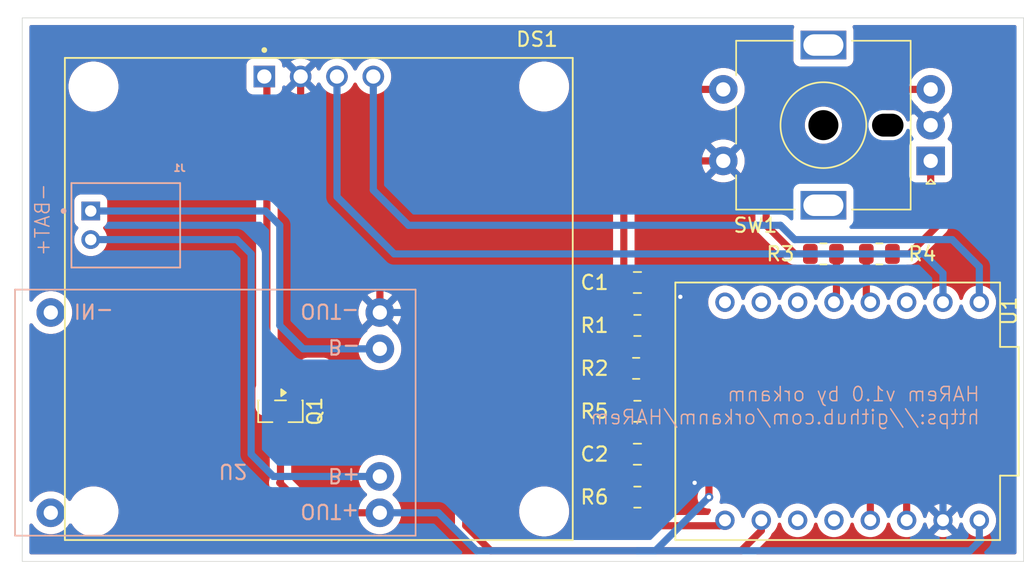
<source format=kicad_pcb>
(kicad_pcb (version 20241229) (generator "pcbnew") (generator_version "9.0")
  (layers (0 "F.Cu" signal) (2 "B.Cu" signal) (13 "F.Paste" user) (15 "B.Paste" user) (5 "F.SilkS" user "F.Silkscreen") (7 "B.SilkS" user "B.Silkscreen") (1 "F.Mask" user) (3 "B.Mask" user) (25 "Edge.Cuts" user))
  (net 0 "")
  (net 1 "GND")
  (net 2 "Net-(C1-Pad1)")
  (net 3 "Net-(DS1-VDD)")
  (net 4 "Bat+")
  (net 5 "Bat-")
  (net 6 "Net-(R3-Pad2)")
  (net 7 "Net-(R4-Pad2)")
  (net 8 "+5VD")
  (net 17 "ADC0")
  (net 18 "OLED_SCK")
  (net 19 "OLED_SDA")
  (net 20 "OLED_PWR")
  (net 21 "+3.3V")
  (net 22 "ENC_PUSH_BUTTON")
  (net 23 "ENC_A")
  (net 24 "ENC_B")
  (footprint "Capacitor_SMD:C_0805_2012Metric" (layer "F.Cu") (at 137 117)
    (property "Reference" "C2" (at -3 0 0) (layer "F.SilkS"))
    (property "Value" "0.1uF")
    (fp_line (start -0.261252 -0.735) (end 0.261252 -0.735) (stroke (width 0.12)) (layer "F.SilkS"))
    (fp_line (start -0.261252 0.735) (end 0.261252 0.735) (stroke (width 0.12)) (layer "F.SilkS"))
    (pad "1" smd roundrect (at -0.95 0) (size 1 1.45) (layers "F.Cu" "F.Mask" "F.Paste") (net 17 "ADC0"))
    (pad "2" smd roundrect (at 0.95 0) (size 1 1.45) (layers "F.Cu" "F.Mask" "F.Paste") (net 1 "GND"))
  )
  (footprint "Resistor_SMD:R_0805_2012Metric" (layer "F.Cu") (at 150 103 180)
    (property "Reference" "R3" (at 3 0 0) (layer "F.SilkS"))
    (property "Value" "100")
    (fp_line (start -0.227064 0.735) (end 0.227064 0.735) (stroke (width 0.12)) (layer "F.SilkS"))
    (fp_line (start -0.227064 -0.735) (end 0.227064 -0.735) (stroke (width 0.12)) (layer "F.SilkS"))
    (pad "1" smd roundrect (at -0.9125 0 180) (size 1.025 1.4) (layers "F.Cu" "F.Mask" "F.Paste") (roundrect_rratio 0.243902) (net 24 "ENC_B"))
    (pad "2" smd roundrect (at 0.9125 0 180) (size 1.025 1.4) (layers "F.Cu" "F.Mask" "F.Paste") (roundrect_rratio 0.243902) (net 6 "Net-(R3-Pad2)"))
  )
  (footprint "Resistor_SMD:R_0805_2012Metric" (layer "F.Cu") (at 137 120 180)
    (property "Reference" "R6" (at 3 0 0) (layer "F.SilkS"))
    (property "Value" "1M")
    (fp_line (start -0.227064 0.735) (end 0.227064 0.735) (stroke (width 0.12)) (layer "F.SilkS"))
    (fp_line (start -0.227064 -0.735) (end 0.227064 -0.735) (stroke (width 0.12)) (layer "F.SilkS"))
    (pad "1" smd roundrect (at -0.9125 0 180) (size 1.025 1.4) (layers "F.Cu" "F.Mask" "F.Paste") (roundrect_rratio 0.243902) (net 1 "GND"))
    (pad "2" smd roundrect (at 0.9125 0 180) (size 1.025 1.4) (layers "F.Cu" "F.Mask" "F.Paste") (roundrect_rratio 0.243902) (net 17 "ADC0"))
  )
  (footprint "Resistor_SMD:R_0805_2012Metric" (layer "F.Cu") (at 153.9125 103)
    (property "Reference" "R4" (at 3 0 0) (layer "F.SilkS"))
    (property "Value" "100")
    (fp_line (start -0.227064 -0.735) (end 0.227064 -0.735) (stroke (width 0.12)) (layer "F.SilkS"))
    (fp_line (start -0.227064 0.735) (end 0.227064 0.735) (stroke (width 0.12)) (layer "F.SilkS"))
    (pad "1" smd roundrect (at -0.9125 0) (size 1.025 1.4) (layers "F.Cu" "F.Mask" "F.Paste") (roundrect_rratio 0.243902) (net 23 "ENC_A"))
    (pad "2" smd roundrect (at 0.9125 0) (size 1.025 1.4) (layers "F.Cu" "F.Mask" "F.Paste") (roundrect_rratio 0.243902) (net 7 "Net-(R4-Pad2)"))
  )
  (footprint "Capacitor_SMD:C_0805_2012Metric" (layer "F.Cu") (at 137 105)
    (property "Reference" "C1" (at -3 0 0) (layer "F.SilkS"))
    (property "Value" "100nF")
    (fp_line (start -0.261252 -0.735) (end 0.261252 -0.735) (stroke (width 0.12)) (layer "F.SilkS"))
    (fp_line (start -0.261252 0.735) (end 0.261252 0.735) (stroke (width 0.12)) (layer "F.SilkS"))
    (pad "1" smd roundrect (at -0.95 0) (size 1 1.45) (layers "F.Cu" "F.Mask" "F.Paste") (net 2 "Net-(C1-Pad1)"))
    (pad "2" smd roundrect (at 0.95 0) (size 1 1.45) (layers "F.Cu" "F.Mask" "F.Paste") (net 1 "GND"))
  )
  (footprint "ESP32-C3_SUPERMINI_TH:MODULE_ESP32-C3_SUPERMINI_TH" (layer "F.Cu") (at 151 114 -90)
    (property "Reference" "U1" (at -7 -12 90) (layer "F.SilkS"))
    (property "Value" "ESP32-C3_SUPERMINI_TH")
    (fp_line (start -9 11.35) (end -9 -11.35) (stroke (width 0.127)) (layer "F.SilkS"))
    (fp_line (start 9 11.35) (end -9 11.35) (stroke (width 0.127)) (layer "F.SilkS"))
    (fp_line (start 9 11.35) (end 9 -11.35) (stroke (width 0.127)) (layer "F.SilkS"))
    (fp_line (start -4.5 -11.35) (end -9 -11.35) (stroke (width 0.127)) (layer "F.SilkS"))
    (fp_line (start 9 -11.35) (end 4.5 -11.35) (stroke (width 0.127)) (layer "F.SilkS"))
    (fp_line (start -4.5 -12.65) (end -4.5 -11.35) (stroke (width 0.127)) (layer "F.SilkS"))
    (fp_line (start 4.5 -12.65) (end 4.5 -11.35) (stroke (width 0.127)) (layer "F.SilkS"))
    (fp_line (start 4.5 -12.65) (end -4.5 -12.65) (stroke (width 0.127)) (layer "F.SilkS"))
    (pad "0" thru_hole circle (at 7.62 7.88 270) (size 1.348 1.348) (drill 0.84) (layers "*.Cu" "*.Mask") (net 17 "ADC0"))
    (pad "1" thru_hole circle (at 7.62 5.34 270) (size 1.348 1.348) (drill 0.84) (layers "*.Cu" "*.Mask") (net 20 "OLED_PWR"))
    (pad "2" thru_hole circle (at 7.62 2.8 270) (size 1.348 1.348) (drill 0.84) (layers "*.Cu" "*.Mask"))
    (pad "3" thru_hole circle (at 7.62 0.26 270) (size 1.348 1.348) (drill 0.84) (layers "*.Cu" "*.Mask"))
    (pad "3.3" thru_hole circle (at 7.62 -4.82 270) (size 1.348 1.348) (drill 0.84) (layers "*.Cu" "*.Mask") (net 21 "+3.3V"))
    (pad "4" thru_hole circle (at 7.62 -2.28 270) (size 1.348 1.348) (drill 0.84) (layers "*.Cu" "*.Mask") (net 22 "ENC_PUSH_BUTTON"))
    (pad "5" thru_hole circle (at -7.62 -9.9 270) (size 1.348 1.348) (drill 0.84) (layers "*.Cu" "*.Mask") (net 19 "OLED_SDA"))
    (pad "5V" thru_hole circle (at 7.62 -9.9 270) (size 1.348 1.348) (drill 0.84) (layers "*.Cu" "*.Mask") (net 8 "+5VD"))
    (pad "6" thru_hole circle (at -7.62 -7.36 270) (size 1.348 1.348) (drill 0.84) (layers "*.Cu" "*.Mask") (net 18 "OLED_SCK"))
    (pad "7" thru_hole circle (at -7.62 -4.82 270) (size 1.348 1.348) (drill 0.84) (layers "*.Cu" "*.Mask"))
    (pad "8" thru_hole circle (at -7.62 -2.28 270) (size 1.348 1.348) (drill 0.84) (layers "*.Cu" "*.Mask") (net 23 "ENC_A"))
    (pad "9" thru_hole circle (at -7.62 0.26 270) (size 1.348 1.348) (drill 0.84) (layers "*.Cu" "*.Mask") (net 24 "ENC_B"))
    (pad "10" thru_hole circle (at -7.62 2.8 270) (size 1.348 1.348) (drill 0.84) (layers "*.Cu" "*.Mask"))
    (pad "20" thru_hole circle (at -7.62 5.34 270) (size 1.348 1.348) (drill 0.84) (layers "*.Cu" "*.Mask"))
    (pad "21" thru_hole circle (at -7.62 7.88 270) (size 1.348 1.348) (drill 0.84) (layers "*.Cu" "*.Mask"))
    (pad "G" thru_hole circle (at 7.62 -7.36 270) (size 1.348 1.348) (drill 0.84) (layers "*.Cu" "*.Mask") (net 1 "GND"))
  )
  (footprint "Rotary_Encoder:RotaryEncoder_Alps_EC11E-Switch_Vertical_H20mm_MountingHoles" (layer "F.Cu") (at 157.5 96.5 180)
    (property "Reference" "SW1" (at 12.25 -4.5 0) (layer "F.SilkS"))
    (property "Value" "RotaryEncoder_Switch")
    (fp_line (start 13.6 8.4) (end 9.5 8.4) (stroke (width 0.12)) (layer "F.SilkS"))
    (fp_line (start 13.6 6) (end 13.6 8.4) (stroke (width 0.12)) (layer "F.SilkS"))
    (fp_line (start 13.6 1.2) (end 13.6 3.8) (stroke (width 0.12)) (layer "F.SilkS"))
    (fp_line (start 13.6 -3.4) (end 13.6 -1) (stroke (width 0.12)) (layer "F.SilkS"))
    (fp_line (start 9.5 -3.4) (end 13.6 -3.4) (stroke (width 0.12)) (layer "F.SilkS"))
    (fp_line (start 5.5 8.4) (end 1.4 8.4) (stroke (width 0.12)) (layer "F.SilkS"))
    (fp_line (start 5.5 -3.4) (end 1.4 -3.4) (stroke (width 0.12)) (layer "F.SilkS"))
    (fp_line (start 1.4 -3.4) (end 1.4 8.4) (stroke (width 0.12)) (layer "F.SilkS"))
    (fp_line (start 0.3 -1.6) (end 0 -1.3) (stroke (width 0.12)) (layer "F.SilkS"))
    (fp_line (start 0 -1.3) (end -0.3 -1.6) (stroke (width 0.12)) (layer "F.SilkS"))
    (fp_line (start -0.3 -1.6) (end 0.3 -1.6) (stroke (width 0.12)) (layer "F.SilkS"))
    (fp_circle (center 7.5 2.5) (end 10.5 2.5) (stroke (width 0.12)) (fill no) (layer "F.SilkS"))
    (pad "" np_thru_hole oval (at 3 2.5 180) (size 2.2 1.6) (drill oval 2.2 1.6) (layers "*.Mask"))
    (pad "" np_thru_hole circle (at 7.5 2.5 180) (size 2.1 2.1) (drill 2.1) (layers "*.Mask"))
    (pad "A" thru_hole rect (at 0 0 180) (size 2 2) (drill 1) (layers "*.Cu" "*.Mask") (net 7 "Net-(R4-Pad2)"))
    (pad "B" thru_hole circle (at 0 5 180) (size 2 2) (drill 1) (layers "*.Cu" "*.Mask") (net 6 "Net-(R3-Pad2)"))
    (pad "C" thru_hole circle (at 0 2.5 180) (size 2 2) (drill 1) (layers "*.Cu" "*.Mask") (net 1 "GND"))
    (pad "MP" thru_hole rect (at 7.5 -3.1 180) (size 3.2 2) (drill oval 2.8 1.5) (layers "*.Cu" "*.Mask"))
    (pad "MP" thru_hole rect (at 7.5 8.1 180) (size 3.2 2) (drill oval 2.8 1.5) (layers "*.Cu" "*.Mask"))
    (pad "S1" thru_hole circle (at 14.5 5 180) (size 2 2) (drill 1) (layers "*.Cu" "*.Mask") (net 2 "Net-(C1-Pad1)"))
    (pad "S2" thru_hole circle (at 14.5 0 180) (size 2 2) (drill 1) (layers "*.Cu" "*.Mask") (net 1 "GND"))
  )
  (footprint "Resistor_SMD:R_0805_2012Metric" (layer "F.Cu") (at 136.9125 111)
    (property "Reference" "R2" (at -2.9125 0 0) (layer "F.SilkS"))
    (property "Value" "100")
    (fp_line (start -0.227064 -0.735) (end 0.227064 -0.735) (stroke (width 0.12)) (layer "F.SilkS"))
    (fp_line (start -0.227064 0.735) (end 0.227064 0.735) (stroke (width 0.12)) (layer "F.SilkS"))
    (pad "1" smd roundrect (at -0.9125 0) (size 1.025 1.4) (layers "F.Cu" "F.Mask" "F.Paste") (roundrect_rratio 0.243902) (net 2 "Net-(C1-Pad1)"))
    (pad "2" smd roundrect (at 0.9125 0) (size 1.025 1.4) (layers "F.Cu" "F.Mask" "F.Paste") (roundrect_rratio 0.243902) (net 22 "ENC_PUSH_BUTTON"))
  )
  (footprint "OLED_128X64_1.3_I2C:LCD_OLED_128X64_1.3_I2C" (layer "F.Cu") (at 114.73 106.15)
    (property "Reference" "DS1" (at 15.25 -18.15 0) (layer "F.SilkS"))
    (property "Value" "OLED_128X64_1.3_I2C")
    (fp_line (start -17.75 -16.85) (end 17.75 -16.85) (stroke (width 0.127)) (layer "F.SilkS"))
    (fp_line (start -17.75 16.85) (end -17.75 -16.85) (stroke (width 0.127)) (layer "F.SilkS"))
    (fp_line (start 17.75 -16.85) (end 17.75 16.85) (stroke (width 0.127)) (layer "F.SilkS"))
    (fp_line (start 17.75 16.85) (end -17.75 16.85) (stroke (width 0.127)) (layer "F.SilkS"))
    (fp_circle (center -3.81 -17.4) (end -3.71 -17.4) (stroke (width 0.2)) (fill no) (layer "F.SilkS"))
    (pad "" np_thru_hole circle (at -15.75 -14.85) (size 3 3) (drill 3) (layers "*.Cu" "*.Mask"))
    (pad "" np_thru_hole circle (at -15.75 14.85) (size 3 3) (drill 3) (layers "*.Cu" "*.Mask"))
    (pad "" np_thru_hole circle (at 15.75 -14.85) (size 3 3) (drill 3) (layers "*.Cu" "*.Mask"))
    (pad "" np_thru_hole circle (at 15.75 14.85) (size 3 3) (drill 3) (layers "*.Cu" "*.Mask"))
    (pad "1" thru_hole rect (at -3.81 -15.55) (size 1.508 1.508) (drill 1) (layers "*.Cu" "*.Mask") (net 3 "Net-(DS1-VDD)"))
    (pad "2" thru_hole circle (at -1.27 -15.55) (size 1.508 1.508) (drill 1) (layers "*.Cu" "*.Mask") (net 1 "GND"))
    (pad "3" thru_hole circle (at 1.27 -15.55) (size 1.508 1.508) (drill 1) (layers "*.Cu" "*.Mask") (net 18 "OLED_SCK"))
    (pad "4" thru_hole circle (at 3.81 -15.55) (size 1.508 1.508) (drill 1) (layers "*.Cu" "*.Mask") (net 19 "OLED_SDA"))
  )
  (footprint "Package_TO_SOT_SMD:SOT-23" (layer "F.Cu") (at 112.05 114 -90)
    (property "Reference" "Q1" (at 0 -2.4 90) (layer "F.SilkS"))
    (property "Value" "BC817")
    (fp_line (start -0.76 1.56) (end -0.76 1.51) (stroke (width 0.12)) (layer "F.SilkS"))
    (fp_line (start 0.76 1.56) (end -0.76 1.56) (stroke (width 0.12)) (layer "F.SilkS"))
    (fp_line (start 0.76 0.56) (end 0.76 1.56) (stroke (width 0.12)) (layer "F.SilkS"))
    (fp_line (start -0.76 0.39) (end -0.76 -0.39) (stroke (width 0.12)) (layer "F.SilkS"))
    (fp_line (start -0.76 -1.51) (end -0.76 -1.56) (stroke (width 0.12)) (layer "F.SilkS"))
    (fp_line (start -0.76 -1.56) (end 0.76 -1.56) (stroke (width 0.12)) (layer "F.SilkS"))
    (fp_line (start 0.76 -1.56) (end 0.76 -0.56) (stroke (width 0.12)) (layer "F.SilkS"))
    (fp_poly (pts (xy -1.3 -0.38) (xy -1.06 -0.05) (xy -1.54 -0.05)) (stroke (width 0.12)) (fill yes) (layer "F.SilkS"))
    (pad "1" smd roundrect (at -0.9375 -0.95 270) (size 1.475 0.6) (layers "F.Cu" "F.Mask" "F.Paste") (net 20 "OLED_PWR"))
    (pad "2" smd roundrect (at -0.9375 0.95 270) (size 1.475 0.6) (layers "F.Cu" "F.Mask" "F.Paste") (net 3 "Net-(DS1-VDD)"))
    (pad "3" smd roundrect (at 0.9375 0 270) (size 1.475 0.6) (layers "F.Cu" "F.Mask" "F.Paste") (net 8 "+5VD"))
  )
  (footprint "Resistor_SMD:R_0805_2012Metric" (layer "F.Cu") (at 137 108 180)
    (property "Reference" "R1" (at 3 0 0) (layer "F.SilkS"))
    (property "Value" "10K")
    (fp_line (start -0.227064 0.735) (end 0.227064 0.735) (stroke (width 0.12)) (layer "F.SilkS"))
    (fp_line (start -0.227064 -0.735) (end 0.227064 -0.735) (stroke (width 0.12)) (layer "F.SilkS"))
    (pad "1" smd roundrect (at -0.9125 0 180) (size 1.025 1.4) (layers "F.Cu" "F.Mask" "F.Paste") (roundrect_rratio 0.243902) (net 21 "+3.3V"))
    (pad "2" smd roundrect (at 0.9125 0 180) (size 1.025 1.4) (layers "F.Cu" "F.Mask" "F.Paste") (roundrect_rratio 0.243902) (net 2 "Net-(C1-Pad1)"))
  )
  (footprint "Resistor_SMD:R_0805_2012Metric" (layer "F.Cu") (at 137 114)
    (property "Reference" "R5" (at -3 0 0) (layer "F.SilkS"))
    (property "Value" "1M")
    (fp_line (start -0.227064 -0.735) (end 0.227064 -0.735) (stroke (width 0.12)) (layer "F.SilkS"))
    (fp_line (start -0.227064 0.735) (end 0.227064 0.735) (stroke (width 0.12)) (layer "F.SilkS"))
    (pad "1" smd roundrect (at -0.9125 0) (size 1.025 1.4) (layers "F.Cu" "F.Mask" "F.Paste") (roundrect_rratio 0.243902) (net 17 "ADC0"))
    (pad "2" smd roundrect (at 0.9125 0) (size 1.025 1.4) (layers "F.Cu" "F.Mask" "F.Paste") (roundrect_rratio 0.243902) (net 8 "+5VD"))
  )
  (footprint "TP4056:TP4056-Module" (layer "B.Cu") (at 93.495 105.495)
    (property "Reference" "U2" (at 15.24 12.7 180) (layer "B.SilkS") (effects (justify mirror)))
    (property "Value" "~")
    (fp_line (start 0 0) (end 28 0) (stroke (width 0.12)) (layer "B.SilkS"))
    (fp_line (start 0 17.2) (end 0 0) (stroke (width 0.12)) (layer "B.SilkS"))
    (fp_line (start 0 17.2) (end 28 17.2) (stroke (width 0.12)) (layer "B.SilkS"))
    (fp_line (start 28 17.2) (end 28 0) (stroke (width 0.12)) (layer "B.SilkS"))
    (fp_text user "B-" (at 23 4 180) (layer "B.SilkS") (effects (justify mirror)))
    (fp_text user "OUT+" (at 22 15.5 180) (layer "B.SilkS") (effects (justify mirror)))
    (fp_text user "OUT-" (at 22 1.5 180) (layer "B.SilkS") (effects (justify mirror)))
    (fp_text user "B+" (at 23 13 180) (layer "B.SilkS") (effects (justify mirror)))
    (fp_text user "IN-" (at 5.5 1.5 180) (layer "B.SilkS") (effects (justify mirror)))
    (fp_text user "IN+" (at 5.5 15.5 180) (layer "B.SilkS") (effects (justify mirror)))
    (pad "1" thru_hole circle (at 2.5 15.6) (size 2 2) (drill 1) (layers "*.Cu" "*.Mask"))
    (pad "2" thru_hole circle (at 2.5 1.6) (size 2 2) (drill 1) (layers "*.Cu" "*.Mask"))
    (pad "3" thru_hole circle (at 25.5 15.6) (size 2 2) (drill 1) (layers "*.Cu" "*.Mask") (net 8 "+5VD"))
    (pad "4" thru_hole circle (at 25.5 1.6) (size 2 2) (drill 1) (layers "*.Cu" "*.Mask") (net 1 "GND"))
    (pad "5" thru_hole circle (at 25.5 13.06) (size 2 2) (drill 1) (layers "*.Cu" "*.Mask") (net 4 "Bat+"))
    (pad "6" thru_hole circle (at 25.5 4.14) (size 2 2) (drill 1) (layers "*.Cu" "*.Mask") (net 5 "Bat-"))
  )
  (footprint "S2B-PH-K-S_LF__SN_:JST_S2B-PH-K-S_LF__SN_" (layer "B.Cu") (at 98.7875 101 -90)
    (property "Reference" "J1" (at -4 -6.2125 180) (layer "B.SilkS") (effects (font (size 0.48 0.48) (thickness 0.12)) (justify mirror)))
    (property "Value" "S2B-PH-K-S_LF__SN_")
    (fp_line (start -2.95 1.35) (end 2.95 1.35) (stroke (width 0.127)) (layer "B.SilkS"))
    (fp_line (start 2.95 1.35) (end 2.95 -6.25) (stroke (width 0.127)) (layer "B.SilkS"))
    (fp_line (start -2.95 -6.25) (end -2.95 1.35) (stroke (width 0.127)) (layer "B.SilkS"))
    (fp_line (start 2.95 -6.25) (end -2.95 -6.25) (stroke (width 0.127)) (layer "B.SilkS"))
    (fp_circle (center -1 1.9) (end -0.9 1.9) (stroke (width 0.2)) (fill no) (layer "B.SilkS"))
    (pad "1" thru_hole rect (at -1 0 270) (size 1.308 1.308) (drill 0.8) (layers "*.Cu" "*.Mask") (net 5 "Bat-"))
    (pad "2" thru_hole circle (at 1 0 270) (size 1.308 1.308) (drill 0.8) (layers "*.Cu" "*.Mask") (net 4 "Bat+"))
  )
  (gr_rect (start 94 86.5) (end 164 124.5) (stroke (width 0.05)) (fill no) (layer "Edge.Cuts"))
  (gr_text "-BAT+" (at 96 98 90) (layer "B.SilkS") (effects (font (size 1 1) (thickness 0.1)) (justify left bottom mirror)))
  (gr_text "HARem v1.0 by orkanm\nhttps://github.com/orkanm/HARem" (at 161 115 0) (layer "B.SilkS") (effects (font (size 1 1) (thickness 0.1)) (justify left bottom mirror)))
  (segment (start 137.95 99.05) (end 137.95 105) (width 0.5) (layer "F.Cu") (net 1))
  (segment (start 140 120) (end 137.9125 120) (width 0.5) (layer "F.Cu") (net 1))
  (segment (start 113.46 102.96) (end 113.46 90.6) (width 0.5) (layer "F.Cu") (net 1))
  (segment (start 137.9125 117.0375) (end 137.95 117) (width 0.5) (layer "F.Cu") (net 1))
  (segment (start 119 107.09) (end 119 105) (width 0.5) (layer "F.Cu") (net 1))
  (segment (start 118.995 107.095) (end 119 107.09) (width 0.5) (layer "F.Cu") (net 1))
  (segment (start 119 105) (end 118 104) (width 0.5) (layer "F.Cu") (net 1))
  (segment (start 137.9125 120) (end 137.9125 117.0375) (width 0.5) (layer "F.Cu") (net 1))
  (segment (start 118 104) (end 114.5 104) (width 0.5) (layer "F.Cu") (net 1))
  (segment (start 139 105) (end 137.95 105) (width 0.5) (layer "F.Cu") (net 1))
  (segment (start 141 119) (end 140 120) (width 0.5) (layer "F.Cu") (net 1))
  (segment (start 114.5 104) (end 113.46 102.96) (width 0.5) (layer "F.Cu") (net 1))
  (segment (start 140.5 96.5) (end 137.95 99.05) (width 0.5) (layer "F.Cu") (net 1))
  (segment (start 143 96.5) (end 140.5 96.5) (width 0.5) (layer "F.Cu") (net 1))
  (segment (start 140 106) (end 139 105) (width 0.5) (layer "F.Cu") (net 1))
  (via (at 140 106) (size 0.6) (drill 0.3) (layers "F.Cu" "B.Cu") (net 1))
  (via (at 141 119) (size 0.6) (drill 0.3) (layers "F.Cu" "B.Cu") (net 1))
  (segment (start 158.36 120.36) (end 158.36 121.62) (width 0.5) (layer "B.Cu") (net 1))
  (segment (start 124 109) (end 134 119) (width 0.5) (layer "B.Cu") (net 1))
  (segment (start 122.095 107.095) (end 124 109) (width 0.5) (layer "B.Cu") (net 1))
  (segment (start 118.995 107.095) (end 122.095 107.095) (width 0.5) (layer "B.Cu") (net 1))
  (segment (start 124 109) (end 139 109) (width 0.5) (layer "B.Cu") (net 1))
  (segment (start 155.449 92.449) (end 147.051 92.449) (width 0.5) (layer "B.Cu") (net 1))
  (segment (start 140 108) (end 140 106) (width 0.5) (layer "B.Cu") (net 1))
  (segment (start 134 119) (end 141 119) (width 0.5) (layer "B.Cu") (net 1))
  (segment (start 157 119) (end 158.36 120.36) (width 0.5) (layer "B.Cu") (net 1))
  (segment (start 141 119) (end 157 119) (width 0.5) (layer "B.Cu") (net 1))
  (segment (start 141 119) (end 142 119) (width 0.5) (layer "B.Cu") (net 1))
  (segment (start 156 93) (end 155.449 92.449) (width 0.5) (layer "B.Cu") (net 1))
  (segment (start 157.5 94) (end 156.5 93) (width 0.5) (layer "B.Cu") (net 1))
  (segment (start 139 109) (end 140 108) (width 0.5) (layer "B.Cu") (net 1))
  (segment (start 156.5 93) (end 156 93) (width 0.5) (layer "B.Cu") (net 1))
  (segment (start 147.051 92.449) (end 143 96.5) (width 0.5) (layer "B.Cu") (net 1))
  (segment (start 136.0875 108) (end 136.0875 105.0375) (width 0.5) (layer "F.Cu") (net 2))
  (segment (start 136.05 95.95) (end 136.05 105) (width 0.5) (layer "F.Cu") (net 2))
  (segment (start 140.5 91.5) (end 136.05 95.95) (width 0.5) (layer "F.Cu") (net 2))
  (segment (start 143 91.5) (end 140.5 91.5) (width 0.5) (layer "F.Cu") (net 2))
  (segment (start 136 108.0875) (end 136.0875 108) (width 0.5) (layer "F.Cu") (net 2))
  (segment (start 136 111) (end 136 108.0875) (width 0.5) (layer "F.Cu") (net 2))
  (segment (start 136.0875 105.0375) (end 136.05 105) (width 0.5) (layer "F.Cu") (net 2))
  (segment (start 111.1 90.78) (end 110.92 90.6) (width 0.5) (layer "F.Cu") (net 3))
  (segment (start 111.1 90.78) (end 111.1 113.0625) (width 0.5) (layer "F.Cu") (net 3))
  (segment (start 111.555 118.555) (end 118.995 118.555) (width 0.5) (layer "B.Cu") (net 4))
  (segment (start 98.7875 102) (end 109 102) (width 0.5) (layer "B.Cu") (net 4))
  (segment (start 110 117) (end 111.555 118.555) (width 0.5) (layer "B.Cu") (net 4))
  (segment (start 109 102) (end 110 103) (width 0.5) (layer "B.Cu") (net 4))
  (segment (start 110 103) (end 110 117) (width 0.5) (layer "B.Cu") (net 4))
  (segment (start 118.995 109.635) (end 113.635 109.635) (width 0.5) (layer "B.Cu") (net 5))
  (segment (start 111 100) (end 98.7875 100) (width 0.5) (layer "B.Cu") (net 5))
  (segment (start 112 108) (end 112 101) (width 0.5) (layer "B.Cu") (net 5))
  (segment (start 112 101) (end 111 100) (width 0.5) (layer "B.Cu") (net 5))
  (segment (start 113.635 109.635) (end 112 108) (width 0.5) (layer "B.Cu") (net 5))
  (segment (start 146 99) (end 148 97) (width 0.5) (layer "F.Cu") (net 6))
  (segment (start 148 103) (end 146 101) (width 0.5) (layer "F.Cu") (net 6))
  (segment (start 146 101) (end 146 99) (width 0.5) (layer "F.Cu") (net 6))
  (segment (start 152.649 95.351) (end 152.649 93.351) (width 0.5) (layer "F.Cu") (net 6))
  (segment (start 151 97) (end 152.649 95.351) (width 0.5) (layer "F.Cu") (net 6))
  (segment (start 154.5 91.5) (end 157.5 91.5) (width 0.5) (layer "F.Cu") (net 6))
  (segment (start 148 97) (end 151 97) (width 0.5) (layer "F.Cu") (net 6))
  (segment (start 149.0875 103) (end 148 103) (width 0.5) (layer "F.Cu") (net 6))
  (segment (start 152.649 93.351) (end 154.5 91.5) (width 0.5) (layer "F.Cu") (net 6))
  (segment (start 154.825 103) (end 156 103) (width 0.5) (layer "F.Cu") (net 7))
  (segment (start 158 101) (end 157.5 100.5) (width 0.5) (layer "F.Cu") (net 7))
  (segment (start 157.5 100.5) (end 157.5 96.5) (width 0.5) (layer "F.Cu") (net 7))
  (segment (start 156 103) (end 158 101) (width 0.5) (layer "F.Cu") (net 7))
  (segment (start 112 119) (end 112.05 118.95) (width 0.5) (layer "F.Cu") (net 8))
  (segment (start 112.05 118.95) (end 112.05 114.9375) (width 0.5) (layer "F.Cu") (net 8))
  (segment (start 118.995 121.095) (end 114.095 121.095) (width 0.5) (layer "F.Cu") (net 8))
  (segment (start 142 120) (end 142 115) (width 0.5) (layer "F.Cu") (net 8))
  (segment (start 142 115) (end 141 114) (width 0.5) (layer "F.Cu") (net 8))
  (segment (start 114.095 121.095) (end 112 119) (width 0.5) (layer "F.Cu") (net 8))
  (segment (start 141 114) (end 137.9125 114) (width 0.5) (layer "F.Cu") (net 8))
  (via (at 142 120) (size 0.6) (drill 0.3) (layers "F.Cu" "B.Cu") (net 8))
  (segment (start 137 123.749) (end 160.251 123.749) (width 0.5) (layer "B.Cu") (net 8))
  (segment (start 138.251 123.749) (end 142 120) (width 0.5) (layer "B.Cu") (net 8))
  (segment (start 118.995 121.095) (end 123.095 121.095) (width 0.5) (layer "B.Cu") (net 8))
  (segment (start 125.749 123.749) (end 137 123.749) (width 0.5) (layer "B.Cu") (net 8))
  (segment (start 160.9 122.9) (end 160.9 121.62) (width 0.5) (layer "B.Cu") (net 8))
  (segment (start 160.251 123.749) (end 161 123) (width 0.5) (layer "B.Cu") (net 8))
  (segment (start 123.095 121.095) (end 125.749 123.749) (width 0.5) (layer "B.Cu") (net 8))
  (segment (start 161 123) (end 160.9 122.9) (width 0.5) (layer "B.Cu") (net 8))
  (segment (start 137 123.749) (end 138.251 123.749) (width 0.5) (layer "B.Cu") (net 8))
  (segment (start 136.0875 117.0375) (end 136.05 117) (width 0.5) (layer "F.Cu") (net 17))
  (segment (start 136.0875 121.0875) (end 137 122) (width 0.5) (layer "F.Cu") (net 17))
  (segment (start 136.0875 120) (end 136.0875 117.0375) (width 0.5) (layer "F.Cu") (net 17))
  (segment (start 136.05 114.0375) (end 136.0875 114) (width 0.5) (layer "F.Cu") (net 17))
  (segment (start 136.0875 120) (end 136.0875 121.0875) (width 0.5) (layer "F.Cu") (net 17))
  (segment (start 142.74 122) (end 143.12 121.62) (width 0.5) (layer "F.Cu") (net 17))
  (segment (start 137 122) (end 142.74 122) (width 0.5) (layer "F.Cu") (net 17))
  (segment (start 136.05 117) (end 136.05 114.0375) (width 0.5) (layer "F.Cu") (net 17))
  (segment (start 158.36 104.36) (end 158.36 106.38) (width 0.5) (layer "B.Cu") (net 18))
  (segment (start 116 99) (end 120 103) (width 0.5) (layer "B.Cu") (net 18))
  (segment (start 120 103) (end 157 103) (width 0.5) (layer "B.Cu") (net 18))
  (segment (start 116 90.6) (end 116 99) (width 0.5) (layer "B.Cu") (net 18))
  (segment (start 157 103) (end 158.36 104.36) (width 0.5) (layer "B.Cu") (net 18))
  (segment (start 159 102) (end 160.9 103.9) (width 0.5) (layer "B.Cu") (net 19))
  (segment (start 160.9 103.9) (end 160.9 106.38) (width 0.5) (layer "B.Cu") (net 19))
  (segment (start 118.54 98.54) (end 121 101) (width 0.5) (layer "B.Cu") (net 19))
  (segment (start 121 101) (end 147 101) (width 0.5) (layer "B.Cu") (net 19))
  (segment (start 148 102) (end 159 102) (width 0.5) (layer "B.Cu") (net 19))
  (segment (start 147 101) (end 148 102) (width 0.5) (layer "B.Cu") (net 19))
  (segment (start 118.54 90.6) (end 118.54 98.54) (width 0.5) (layer "B.Cu") (net 19))
  (segment (start 123 116) (end 125 118) (width 0.5) (layer "F.Cu") (net 20))
  (segment (start 144.251 123.749) (end 145.66 122.34) (width 0.5) (layer "F.Cu") (net 20))
  (segment (start 125 122) (end 126.749 123.749) (width 0.5) (layer "F.Cu") (net 20))
  (segment (start 113 112) (end 114 111) (width 0.5) (layer "F.Cu") (net 20))
  (segment (start 115 111) (end 116 112) (width 0.5) (layer "F.Cu") (net 20))
  (segment (start 145.66 122.34) (end 145.66 121.62) (width 0.5) (layer "F.Cu") (net 20))
  (segment (start 118 116) (end 123 116) (width 0.5) (layer "F.Cu") (net 20))
  (segment (start 116 112) (end 116 114) (width 0.5) (layer "F.Cu") (net 20))
  (segment (start 116 114) (end 118 116) (width 0.5) (layer "F.Cu") (net 20))
  (segment (start 113 113.0625) (end 113 112) (width 0.5) (layer "F.Cu") (net 20))
  (segment (start 125 118) (end 125 122) (width 0.5) (layer "F.Cu") (net 20))
  (segment (start 114 111) (end 115 111) (width 0.5) (layer "F.Cu") (net 20))
  (segment (start 126.749 123.749) (end 144.251 123.749) (width 0.5) (layer "F.Cu") (net 20))
  (segment (start 137.9125 108) (end 140 108) (width 0.5) (layer "F.Cu") (net 21))
  (segment (start 140 108) (end 141 109) (width 0.5) (layer "F.Cu") (net 21))
  (segment (start 141 109) (end 150 109) (width 0.5) (layer "F.Cu") (net 21))
  (segment (start 150 109) (end 155.82 114.82) (width 0.5) (layer "F.Cu") (net 21))
  (segment (start 155.82 114.82) (end 155.82 121.62) (width 0.5) (layer "F.Cu") (net 21))
  (segment (start 153.28 115.28) (end 153.28 121.62) (width 0.5) (layer "F.Cu") (net 22))
  (segment (start 149 111) (end 153.28 115.28) (width 0.5) (layer "F.Cu") (net 22))
  (segment (start 137.825 111) (end 149 111) (width 0.5) (layer "F.Cu") (net 22))
  (segment (start 153 103) (end 153 106.1) (width 0.5) (layer "F.Cu") (net 23))
  (segment (start 153 106.1) (end 153.28 106.38) (width 0.5) (layer "F.Cu") (net 23))
  (segment (start 150.9125 103) (end 150.9125 106.2075) (width 0.5) (layer "F.Cu") (net 24))
  (segment (start 150.9125 106.2075) (end 150.74 106.38) (width 0.5) (layer "F.Cu") (net 24))
  (zone (net 1) (net_name "GND") (layers "F.Cu" "B.Cu") (connect_pads (clearance 0.5)) (min_thickness 0.25) (fill yes (thermal_gap 0.5) (thermal_bridge_width 0.5))
    (polygon (pts (xy 94 87) (xy 164 87) (xy 164 124) (xy 94 124)))
  )
)
</source>
